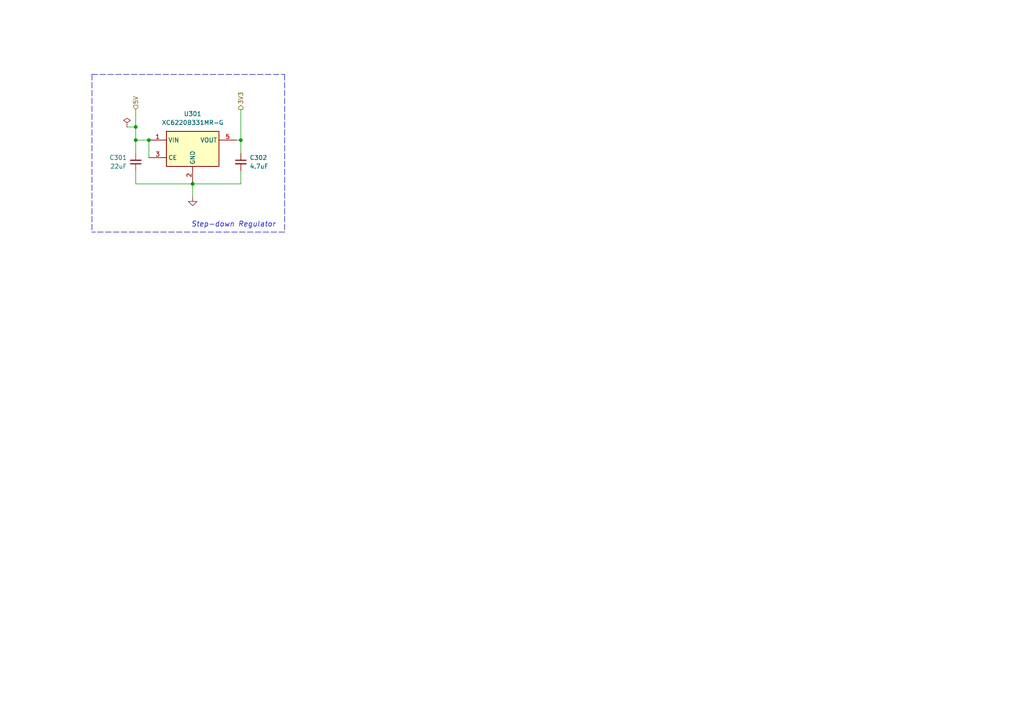
<source format=kicad_sch>
(kicad_sch (version 20231120) (generator "eeschema") (generator_version "8.0")
  (paper "A4")
  (title_block (date "2024-01-01") (rev "A") (company "Butler Electronics") (comment 1 "Joshua Butler, MD, MHI"))
  (lib_symbols
    (symbol "Device:C_Small" (pin_numbers hide) (pin_names (offset 0.254) hide)
      (property "Reference" "C" (at 0.254 1.778 0))
      (property "Value" "C_Small" (at 0.254 -2.032 0))
      (symbol "C_Small_0_1"
        (polyline (pts (xy -1.524 -0.508) (xy 1.524 -0.508)) (stroke (width 0.3302)))
        (polyline (pts (xy -1.524 0.508) (xy 1.524 0.508)) (stroke (width 0.3048)))
      )
      (symbol "C_Small_1_1"
        (pin passive line (at 0 2.54 270) (length 2.032) (name "~") (number "1"))
        (pin passive line (at 0 -2.54 90) (length 2.032) (name "~") (number "2"))
      )
    )
    (symbol "Regulator_Linear:XC6220B331MR"
      (property "Reference" "U" (at 0 8.89 0))
      (property "Value" "XC6220B331MR" (at 0 6.35 0))
      (symbol "XC6220B331MR_0_1"
        (rectangle (start -7.62 5.08) (end 7.62 -5.08) (stroke (width 0.254)) (fill (type background)))
      )
      (symbol "XC6220B331MR_1_1"
        (pin power_in line (at -12.7 2.54 0) (length 5.08) (name "VIN") (number "1"))
        (pin power_in line (at 0 -10.16 90) (length 5.08) (name "GND") (number "2"))
        (pin input line (at -12.7 -2.54 0) (length 5.08) (name "CE") (number "3"))
        (pin no_connect line (at 7.62 -2.54 180) (length 5.08) hide (name "NC") (number "4"))
        (pin power_out line (at 12.7 2.54 180) (length 5.08) (name "VOUT") (number "5"))
      )
    )
    (symbol "power:GND" (power) (pin_names (offset 0))
      (property "Value" "GND" (at 0 -3.81 0))
      (symbol "GND_0_1"
        (polyline (pts (xy 0 0) (xy 0 -1.27) (xy 1.27 -1.27) (xy 0 -2.54) (xy -1.27 -1.27) (xy 0 -1.27)))
      )
      (symbol "GND_1_1"
        (pin power_in line (at 0 0 270) (length 0) hide (name "GND") (number "1"))
      )
    )
    (symbol "power:PWR_FLAG" (power) (pin_numbers hide) (pin_names (offset 0) hide)
      (property "Value" "PWR_FLAG" (at 0 3.81 0))
      (symbol "PWR_FLAG_0_0"
        (pin power_out line (at 0 0 90) (length 0) (name "pwr") (number "1"))
      )
      (symbol "PWR_FLAG_0_1"
        (polyline (pts (xy 0 0) (xy 0 1.27) (xy -1.016 1.905) (xy 0 2.54) (xy 1.016 1.905) (xy 0 1.27)))
      )
    )
  )
  (junction (at 43.18 40.64))
  (junction (at 39.37 36.83))
  (junction (at 55.88 53.34))
  (junction (at 69.85 40.64))
  (junction (at 39.37 40.64))
  (wire (pts (xy 39.37 40.64) (xy 39.37 44.45)))
  (wire (pts (xy 36.83 36.83) (xy 39.37 36.83)))
  (wire (pts (xy 69.85 53.34) (xy 55.88 53.34)))
  (wire (pts (xy 69.85 31.75) (xy 69.85 40.64)))
  (wire (pts (xy 39.37 36.83) (xy 39.37 40.64)))
  (wire (pts (xy 39.37 49.53) (xy 39.37 53.34)))
  (polyline (pts (xy 82.55 67.31) (xy 26.67 67.31)) (stroke (width 0) (type dash)))
  (polyline (pts (xy 26.67 21.59) (xy 82.55 21.59)) (stroke (width 0) (type dash)))
  (wire (pts (xy 69.85 49.53) (xy 69.85 53.34)))
  (wire (pts (xy 69.85 40.64) (xy 69.85 44.45)))
  (wire (pts (xy 55.88 57.15) (xy 55.88 53.34)))
  (wire (pts (xy 39.37 53.34) (xy 55.88 53.34)))
  (polyline (pts (xy 26.67 21.59) (xy 26.67 67.31)) (stroke (width 0) (type dash)))
  (wire (pts (xy 39.37 40.64) (xy 43.18 40.64)))
  (polyline (pts (xy 82.55 21.59) (xy 82.55 67.31)) (stroke (width 0) (type dash)))
  (wire (pts (xy 39.37 31.75) (xy 39.37 36.83)))
  (wire (pts (xy 68.58 40.64) (xy 69.85 40.64)))
  (wire (pts (xy 43.18 40.64) (xy 43.18 45.72)))
  (text "Step-down Regulator" (at 80.01 66.04 0) (effects (font (size 1.5 1.5) (italic yes)) (justify right bottom)))
  (hierarchical_label "5V" (shape input) (at 39.37 31.75 90) (property "Intersheetrefs" "${INTERSHEET_REFS}" (effects (hide yes))))
  (hierarchical_label "3V3" (shape output) (at 69.85 31.75 90) (property "Intersheetrefs" "${INTERSHEET_REFS}" (effects (hide yes))))
  (symbol (lib_id "power:GND") (at 55.88 57.15 0) (unit 1)
    (property "Reference" "#PWR0301" (effects (hide yes)))
    (property "Value" "GND" (effects (hide yes)))
    (instances (project "wled-esp32-control-board" (path "" (reference "#PWR0301") (unit 1))) (project "iot_playground" (path "" (reference "#PWR0401") (unit 1))) (project "stm32-snake-controller" (path "" (reference "#PWR0201") (unit 1))))
  )
  (symbol (lib_id "Regulator_Linear:XC6220B331MR") (at 55.88 43.18 0) (unit 1)
    (property "Reference" "U301" (at 55.88 33.02 0))
    (property "Value" "XC6220B331MR-G" (at 55.88 35.56 0))
    (property "Footprint" "Package_TO_SOT_SMD:SOT-23-5" (effects (hide yes)))
    (property "Datasheet" "https://www.torexsemi.com/file/xc6220/XC6220.pdf" (effects (hide yes)))
    (property "LCSC" "C86534" (effects (hide yes)))
    (property "Mouser" "865-XC6220B331MR-G" (effects (hide yes)))
    (instances (project "wled-esp32-control-board" (path "" (reference "U301") (unit 1))) (project "iot_playground" (path "" (reference "U401") (unit 1))) (project "stm32-snake-controller" (path "" (reference "U201") (unit 1))))
  )
  (symbol (lib_id "power:PWR_FLAG") (at 36.83 36.83 0) (unit 1)
    (property "Reference" "#FLG0301" (effects (hide yes)))
    (property "Value" "PWR_FLAG" (effects (hide yes)))
    (instances (project "wled-esp32-control-board" (path "" (reference "#FLG0301") (unit 1))) (project "iot_playground" (path "" (reference "#FLG0401") (unit 1))) (project "stm32-snake-controller" (path "" (reference "#FLG0201") (unit 1))))
  )
  (symbol (lib_id "Device:C_Small") (at 69.85 46.99 0) (unit 1)
    (property "Reference" "C302" (at 72.39 45.7262 0) (effects (justify left)))
    (property "Value" "4.7uF" (at 72.39 48.2662 0) (effects (justify left)))
    (property "Footprint" "Capacitor_SMD:C_0603_1608Metric" (effects (hide yes)))
    (property "LCSC" "C19666" (effects (hide yes)))
    (property "Mouser" "581-0603ZD475KAT2A" (effects (hide yes)))
    (instances (project "wled-esp32-control-board" (path "" (reference "C302") (unit 1))) (project "iot_playground" (path "" (reference "C402") (unit 1))) (project "stm32-snake-controller" (path "" (reference "C202") (unit 1))))
  )
  (symbol (lib_id "Device:C_Small") (at 39.37 46.99 0) (mirror x) (unit 1)
    (property "Reference" "C301" (at 36.83 45.7135 0) (effects (justify right)))
    (property "Value" "22uF" (at 36.83 48.2535 0) (effects (justify right)))
    (property "Footprint" "Capacitor_SMD:C_0603_1608Metric" (effects (hide yes)))
    (property "LCSC" "C59461" (effects (hide yes)))
    (property "Mouser" "581-06036D226MAT2A" (effects (hide yes)))
    (instances (project "wled-esp32-control-board" (path "" (reference "C301") (unit 1))) (project "iot_playground" (path "" (reference "C401") (unit 1))) (project "stm32-snake-controller" (path "" (reference "C201") (unit 1))))
  )
)
</source>
